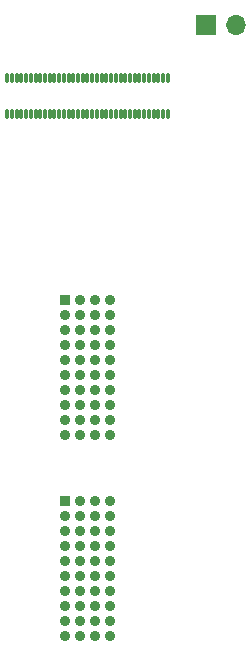
<source format=gbr>
%TF.GenerationSoftware,KiCad,Pcbnew,(7.0.0)*%
%TF.CreationDate,2024-01-30T15:23:45-05:00*%
%TF.ProjectId,eib-neuronexus-a64,6569622d-6e65-4757-926f-6e657875732d,B*%
%TF.SameCoordinates,Original*%
%TF.FileFunction,Soldermask,Top*%
%TF.FilePolarity,Negative*%
%FSLAX46Y46*%
G04 Gerber Fmt 4.6, Leading zero omitted, Abs format (unit mm)*
G04 Created by KiCad (PCBNEW (7.0.0)) date 2024-01-30 15:23:45*
%MOMM*%
%LPD*%
G01*
G04 APERTURE LIST*
G04 Aperture macros list*
%AMRoundRect*
0 Rectangle with rounded corners*
0 $1 Rounding radius*
0 $2 $3 $4 $5 $6 $7 $8 $9 X,Y pos of 4 corners*
0 Add a 4 corners polygon primitive as box body*
4,1,4,$2,$3,$4,$5,$6,$7,$8,$9,$2,$3,0*
0 Add four circle primitives for the rounded corners*
1,1,$1+$1,$2,$3*
1,1,$1+$1,$4,$5*
1,1,$1+$1,$6,$7*
1,1,$1+$1,$8,$9*
0 Add four rect primitives between the rounded corners*
20,1,$1+$1,$2,$3,$4,$5,0*
20,1,$1+$1,$4,$5,$6,$7,0*
20,1,$1+$1,$6,$7,$8,$9,0*
20,1,$1+$1,$8,$9,$2,$3,0*%
G04 Aperture macros list end*
%ADD10R,1.700000X1.700000*%
%ADD11O,1.700000X1.700000*%
%ADD12R,0.910000X0.910000*%
%ADD13C,0.910000*%
%ADD14RoundRect,0.010000X0.090000X0.340000X-0.090000X0.340000X-0.090000X-0.340000X0.090000X-0.340000X0*%
G04 APERTURE END LIST*
%TO.C,J3*%
G36*
X131500000Y-79810000D02*
G01*
X131300000Y-79810000D01*
X131300000Y-79110000D01*
X131500000Y-79110000D01*
X131500000Y-79810000D01*
G37*
G36*
X141100000Y-79810000D02*
G01*
X140900000Y-79810000D01*
X140900000Y-79110000D01*
X141100000Y-79110000D01*
X141100000Y-79810000D01*
G37*
G36*
X139100000Y-79810000D02*
G01*
X138900000Y-79810000D01*
X138900000Y-79110000D01*
X139100000Y-79110000D01*
X139100000Y-79810000D01*
G37*
G36*
X138900000Y-82190000D02*
G01*
X139100000Y-82190000D01*
X139100000Y-82890000D01*
X138900000Y-82890000D01*
X138900000Y-82190000D01*
G37*
G36*
X143100000Y-79810000D02*
G01*
X142900000Y-79810000D01*
X142900000Y-79110000D01*
X143100000Y-79110000D01*
X143100000Y-79810000D01*
G37*
G36*
X132700000Y-79810000D02*
G01*
X132500000Y-79810000D01*
X132500000Y-79110000D01*
X132700000Y-79110000D01*
X132700000Y-79810000D01*
G37*
G36*
X136100000Y-82190000D02*
G01*
X136300000Y-82190000D01*
X136300000Y-82890000D01*
X136100000Y-82890000D01*
X136100000Y-82190000D01*
G37*
G36*
X138100000Y-82190000D02*
G01*
X138300000Y-82190000D01*
X138300000Y-82890000D01*
X138100000Y-82890000D01*
X138100000Y-82190000D01*
G37*
G36*
X137100000Y-79810000D02*
G01*
X136900000Y-79810000D01*
X136900000Y-79110000D01*
X137100000Y-79110000D01*
X137100000Y-79810000D01*
G37*
G36*
X142100000Y-82190000D02*
G01*
X142300000Y-82190000D01*
X142300000Y-82890000D01*
X142100000Y-82890000D01*
X142100000Y-82190000D01*
G37*
G36*
X139300000Y-82190000D02*
G01*
X139500000Y-82190000D01*
X139500000Y-82890000D01*
X139300000Y-82890000D01*
X139300000Y-82190000D01*
G37*
G36*
X137700000Y-82190000D02*
G01*
X137900000Y-82190000D01*
X137900000Y-82890000D01*
X137700000Y-82890000D01*
X137700000Y-82190000D01*
G37*
G36*
X135500000Y-79810000D02*
G01*
X135300000Y-79810000D01*
X135300000Y-79110000D01*
X135500000Y-79110000D01*
X135500000Y-79810000D01*
G37*
G36*
X131300000Y-82190000D02*
G01*
X131500000Y-82190000D01*
X131500000Y-82890000D01*
X131300000Y-82890000D01*
X131300000Y-82190000D01*
G37*
G36*
X140900000Y-82190000D02*
G01*
X141100000Y-82190000D01*
X141100000Y-82890000D01*
X140900000Y-82890000D01*
X140900000Y-82190000D01*
G37*
G36*
X130900000Y-82190000D02*
G01*
X131100000Y-82190000D01*
X131100000Y-82890000D01*
X130900000Y-82890000D01*
X130900000Y-82190000D01*
G37*
G36*
X136700000Y-79810000D02*
G01*
X136500000Y-79810000D01*
X136500000Y-79110000D01*
X136700000Y-79110000D01*
X136700000Y-79810000D01*
G37*
G36*
X136500000Y-82190000D02*
G01*
X136700000Y-82190000D01*
X136700000Y-82890000D01*
X136500000Y-82890000D01*
X136500000Y-82190000D01*
G37*
G36*
X132500000Y-82190000D02*
G01*
X132700000Y-82190000D01*
X132700000Y-82890000D01*
X132500000Y-82890000D01*
X132500000Y-82190000D01*
G37*
G36*
X134100000Y-82190000D02*
G01*
X134300000Y-82190000D01*
X134300000Y-82890000D01*
X134100000Y-82890000D01*
X134100000Y-82190000D01*
G37*
G36*
X135900000Y-79810000D02*
G01*
X135700000Y-79810000D01*
X135700000Y-79110000D01*
X135900000Y-79110000D01*
X135900000Y-79810000D01*
G37*
G36*
X132300000Y-79810000D02*
G01*
X132100000Y-79810000D01*
X132100000Y-79110000D01*
X132300000Y-79110000D01*
X132300000Y-79810000D01*
G37*
G36*
X137900000Y-79810000D02*
G01*
X137700000Y-79810000D01*
X137700000Y-79110000D01*
X137900000Y-79110000D01*
X137900000Y-79810000D01*
G37*
G36*
X134900000Y-82190000D02*
G01*
X135100000Y-82190000D01*
X135100000Y-82890000D01*
X134900000Y-82890000D01*
X134900000Y-82190000D01*
G37*
G36*
X133700000Y-82190000D02*
G01*
X133900000Y-82190000D01*
X133900000Y-82890000D01*
X133700000Y-82890000D01*
X133700000Y-82190000D01*
G37*
G36*
X140500000Y-82190000D02*
G01*
X140700000Y-82190000D01*
X140700000Y-82890000D01*
X140500000Y-82890000D01*
X140500000Y-82190000D01*
G37*
G36*
X140700000Y-79810000D02*
G01*
X140500000Y-79810000D01*
X140500000Y-79110000D01*
X140700000Y-79110000D01*
X140700000Y-79810000D01*
G37*
G36*
X138300000Y-79810000D02*
G01*
X138100000Y-79810000D01*
X138100000Y-79110000D01*
X138300000Y-79110000D01*
X138300000Y-79810000D01*
G37*
G36*
X136900000Y-82190000D02*
G01*
X137100000Y-82190000D01*
X137100000Y-82890000D01*
X136900000Y-82890000D01*
X136900000Y-82190000D01*
G37*
G36*
X130300000Y-79810000D02*
G01*
X130100000Y-79810000D01*
X130100000Y-79110000D01*
X130300000Y-79110000D01*
X130300000Y-79810000D01*
G37*
G36*
X141300000Y-82190000D02*
G01*
X141500000Y-82190000D01*
X141500000Y-82890000D01*
X141300000Y-82890000D01*
X141300000Y-82190000D01*
G37*
G36*
X131900000Y-79810000D02*
G01*
X131700000Y-79810000D01*
X131700000Y-79110000D01*
X131900000Y-79110000D01*
X131900000Y-79810000D01*
G37*
G36*
X142500000Y-82190000D02*
G01*
X142700000Y-82190000D01*
X142700000Y-82890000D01*
X142500000Y-82890000D01*
X142500000Y-82190000D01*
G37*
G36*
X134300000Y-79810000D02*
G01*
X134100000Y-79810000D01*
X134100000Y-79110000D01*
X134300000Y-79110000D01*
X134300000Y-79810000D01*
G37*
G36*
X136300000Y-79810000D02*
G01*
X136100000Y-79810000D01*
X136100000Y-79110000D01*
X136300000Y-79110000D01*
X136300000Y-79810000D01*
G37*
G36*
X138700000Y-79810000D02*
G01*
X138500000Y-79810000D01*
X138500000Y-79110000D01*
X138700000Y-79110000D01*
X138700000Y-79810000D01*
G37*
G36*
X131700000Y-82190000D02*
G01*
X131900000Y-82190000D01*
X131900000Y-82890000D01*
X131700000Y-82890000D01*
X131700000Y-82190000D01*
G37*
G36*
X134500000Y-82190000D02*
G01*
X134700000Y-82190000D01*
X134700000Y-82890000D01*
X134500000Y-82890000D01*
X134500000Y-82190000D01*
G37*
G36*
X139700000Y-82190000D02*
G01*
X139900000Y-82190000D01*
X139900000Y-82890000D01*
X139700000Y-82890000D01*
X139700000Y-82190000D01*
G37*
G36*
X137300000Y-82190000D02*
G01*
X137500000Y-82190000D01*
X137500000Y-82890000D01*
X137300000Y-82890000D01*
X137300000Y-82190000D01*
G37*
G36*
X143500000Y-79810000D02*
G01*
X143300000Y-79810000D01*
X143300000Y-79110000D01*
X143500000Y-79110000D01*
X143500000Y-79810000D01*
G37*
G36*
X133900000Y-79810000D02*
G01*
X133700000Y-79810000D01*
X133700000Y-79110000D01*
X133900000Y-79110000D01*
X133900000Y-79810000D01*
G37*
G36*
X132100000Y-82190000D02*
G01*
X132300000Y-82190000D01*
X132300000Y-82890000D01*
X132100000Y-82890000D01*
X132100000Y-82190000D01*
G37*
G36*
X133300000Y-82190000D02*
G01*
X133500000Y-82190000D01*
X133500000Y-82890000D01*
X133300000Y-82890000D01*
X133300000Y-82190000D01*
G37*
G36*
X142900000Y-82190000D02*
G01*
X143100000Y-82190000D01*
X143100000Y-82890000D01*
X142900000Y-82890000D01*
X142900000Y-82190000D01*
G37*
G36*
X142300000Y-79810000D02*
G01*
X142100000Y-79810000D01*
X142100000Y-79110000D01*
X142300000Y-79110000D01*
X142300000Y-79810000D01*
G37*
G36*
X140300000Y-79810000D02*
G01*
X140100000Y-79810000D01*
X140100000Y-79110000D01*
X140300000Y-79110000D01*
X140300000Y-79810000D01*
G37*
G36*
X142700000Y-79810000D02*
G01*
X142500000Y-79810000D01*
X142500000Y-79110000D01*
X142700000Y-79110000D01*
X142700000Y-79810000D01*
G37*
G36*
X141900000Y-79810000D02*
G01*
X141700000Y-79810000D01*
X141700000Y-79110000D01*
X141900000Y-79110000D01*
X141900000Y-79810000D01*
G37*
G36*
X139500000Y-79810000D02*
G01*
X139300000Y-79810000D01*
X139300000Y-79110000D01*
X139500000Y-79110000D01*
X139500000Y-79810000D01*
G37*
G36*
X135300000Y-82190000D02*
G01*
X135500000Y-82190000D01*
X135500000Y-82890000D01*
X135300000Y-82890000D01*
X135300000Y-82190000D01*
G37*
G36*
X130500000Y-82190000D02*
G01*
X130700000Y-82190000D01*
X130700000Y-82890000D01*
X130500000Y-82890000D01*
X130500000Y-82190000D01*
G37*
G36*
X130700000Y-79810000D02*
G01*
X130500000Y-79810000D01*
X130500000Y-79110000D01*
X130700000Y-79110000D01*
X130700000Y-79810000D01*
G37*
G36*
X141700000Y-82190000D02*
G01*
X141900000Y-82190000D01*
X141900000Y-82890000D01*
X141700000Y-82890000D01*
X141700000Y-82190000D01*
G37*
G36*
X141500000Y-79810000D02*
G01*
X141300000Y-79810000D01*
X141300000Y-79110000D01*
X141500000Y-79110000D01*
X141500000Y-79810000D01*
G37*
G36*
X133100000Y-79810000D02*
G01*
X132900000Y-79810000D01*
X132900000Y-79110000D01*
X133100000Y-79110000D01*
X133100000Y-79810000D01*
G37*
G36*
X133500000Y-79810000D02*
G01*
X133300000Y-79810000D01*
X133300000Y-79110000D01*
X133500000Y-79110000D01*
X133500000Y-79810000D01*
G37*
G36*
X143300000Y-82190000D02*
G01*
X143500000Y-82190000D01*
X143500000Y-82890000D01*
X143300000Y-82890000D01*
X143300000Y-82190000D01*
G37*
G36*
X130100000Y-82190000D02*
G01*
X130300000Y-82190000D01*
X130300000Y-82890000D01*
X130100000Y-82890000D01*
X130100000Y-82190000D01*
G37*
G36*
X140100000Y-82190000D02*
G01*
X140300000Y-82190000D01*
X140300000Y-82890000D01*
X140100000Y-82890000D01*
X140100000Y-82190000D01*
G37*
G36*
X138500000Y-82190000D02*
G01*
X138700000Y-82190000D01*
X138700000Y-82890000D01*
X138500000Y-82890000D01*
X138500000Y-82190000D01*
G37*
G36*
X137500000Y-79810000D02*
G01*
X137300000Y-79810000D01*
X137300000Y-79110000D01*
X137500000Y-79110000D01*
X137500000Y-79810000D01*
G37*
G36*
X134700000Y-79810000D02*
G01*
X134500000Y-79810000D01*
X134500000Y-79110000D01*
X134700000Y-79110000D01*
X134700000Y-79810000D01*
G37*
G36*
X143900000Y-79810000D02*
G01*
X143700000Y-79810000D01*
X143700000Y-79110000D01*
X143900000Y-79110000D01*
X143900000Y-79810000D01*
G37*
G36*
X139900000Y-79810000D02*
G01*
X139700000Y-79810000D01*
X139700000Y-79110000D01*
X139900000Y-79110000D01*
X139900000Y-79810000D01*
G37*
G36*
X131100000Y-79810000D02*
G01*
X130900000Y-79810000D01*
X130900000Y-79110000D01*
X131100000Y-79110000D01*
X131100000Y-79810000D01*
G37*
G36*
X135700000Y-82190000D02*
G01*
X135900000Y-82190000D01*
X135900000Y-82890000D01*
X135700000Y-82890000D01*
X135700000Y-82190000D01*
G37*
G36*
X132900000Y-82190000D02*
G01*
X133100000Y-82190000D01*
X133100000Y-82890000D01*
X132900000Y-82890000D01*
X132900000Y-82190000D01*
G37*
G36*
X135100000Y-79810000D02*
G01*
X134900000Y-79810000D01*
X134900000Y-79110000D01*
X135100000Y-79110000D01*
X135100000Y-79810000D01*
G37*
%TD*%
D10*
%TO.C,J4*%
X146999999Y-74999999D03*
D11*
X149539999Y-74999999D03*
%TD*%
D12*
%TO.C,J2*%
X135094999Y-98284999D03*
D13*
X135095000Y-99555000D03*
X135095000Y-100825000D03*
X135095000Y-102095000D03*
X135095000Y-103365000D03*
X135095000Y-104635000D03*
X135095000Y-105905000D03*
X135095000Y-107175000D03*
X135095000Y-108445000D03*
X135095000Y-109715000D03*
X136365000Y-98285000D03*
X136365000Y-99555000D03*
X136365000Y-100825000D03*
X136365000Y-102095000D03*
X136365000Y-103365000D03*
X136365000Y-104635000D03*
X136365000Y-105905000D03*
X136365000Y-107175000D03*
X136365000Y-108445000D03*
X136365000Y-109715000D03*
X137635000Y-98285000D03*
X137635000Y-99555000D03*
X137635000Y-100825000D03*
X137635000Y-102095000D03*
X137635000Y-103365000D03*
X137635000Y-104635000D03*
X137635000Y-105905000D03*
X137635000Y-107175000D03*
X137635000Y-108445000D03*
X137635000Y-109715000D03*
X138905000Y-98285000D03*
X138905000Y-99555000D03*
X138905000Y-100825000D03*
X138905000Y-102095000D03*
X138905000Y-103365000D03*
X138905000Y-104635000D03*
X138905000Y-105905000D03*
X138905000Y-107175000D03*
X138905000Y-108445000D03*
X138905000Y-109715000D03*
%TD*%
D12*
%TO.C,J1*%
X135094999Y-115284999D03*
D13*
X135095000Y-116555000D03*
X135095000Y-117825000D03*
X135095000Y-119095000D03*
X135095000Y-120365000D03*
X135095000Y-121635000D03*
X135095000Y-122905000D03*
X135095000Y-124175000D03*
X135095000Y-125445000D03*
X135095000Y-126715000D03*
X136365000Y-115285000D03*
X136365000Y-116555000D03*
X136365000Y-117825000D03*
X136365000Y-119095000D03*
X136365000Y-120365000D03*
X136365000Y-121635000D03*
X136365000Y-122905000D03*
X136365000Y-124175000D03*
X136365000Y-125445000D03*
X136365000Y-126715000D03*
X137635000Y-115285000D03*
X137635000Y-116555000D03*
X137635000Y-117825000D03*
X137635000Y-119095000D03*
X137635000Y-120365000D03*
X137635000Y-121635000D03*
X137635000Y-122905000D03*
X137635000Y-124175000D03*
X137635000Y-125445000D03*
X137635000Y-126715000D03*
X138905000Y-115285000D03*
X138905000Y-116555000D03*
X138905000Y-117825000D03*
X138905000Y-119095000D03*
X138905000Y-120365000D03*
X138905000Y-121635000D03*
X138905000Y-122905000D03*
X138905000Y-124175000D03*
X138905000Y-125445000D03*
X138905000Y-126715000D03*
%TD*%
D14*
%TO.C,J3*%
X130200000Y-79460000D03*
X130200000Y-82540000D03*
X130600000Y-79460000D03*
X130600000Y-82540000D03*
X131000000Y-79460000D03*
X131000000Y-82540000D03*
X131400000Y-79460000D03*
X131400000Y-82540000D03*
X131800000Y-79460000D03*
X131800000Y-82540000D03*
X132200000Y-79460000D03*
X132200000Y-82540000D03*
X132600000Y-79460000D03*
X132600000Y-82540000D03*
X133000000Y-79460000D03*
X133000000Y-82540000D03*
X133400000Y-79460000D03*
X133400000Y-82540000D03*
X133800000Y-79460000D03*
X133800000Y-82540000D03*
X134200000Y-79460000D03*
X134200000Y-82540000D03*
X134600000Y-79460000D03*
X134600000Y-82540000D03*
X135000000Y-79460000D03*
X135000000Y-82540000D03*
X135400000Y-79460000D03*
X135400000Y-82540000D03*
X135800000Y-79460000D03*
X135800000Y-82540000D03*
X136200000Y-79460000D03*
X136200000Y-82540000D03*
X136600000Y-79460000D03*
X136600000Y-82540000D03*
X137000000Y-79460000D03*
X137000000Y-82540000D03*
X137400000Y-79460000D03*
X137400000Y-82540000D03*
X137800000Y-79460000D03*
X137800000Y-82540000D03*
X138200000Y-79460000D03*
X138200000Y-82540000D03*
X138600000Y-79460000D03*
X138600000Y-82540000D03*
X139000000Y-79460000D03*
X139000000Y-82540000D03*
X139400000Y-79460000D03*
X139400000Y-82540000D03*
X139800000Y-79460000D03*
X139800000Y-82540000D03*
X140200000Y-79460000D03*
X140200000Y-82540000D03*
X140600000Y-79460000D03*
X140600000Y-82540000D03*
X141000000Y-79460000D03*
X141000000Y-82540000D03*
X141400000Y-79460000D03*
X141400000Y-82540000D03*
X141800000Y-79460000D03*
X141800000Y-82540000D03*
X142200000Y-79460000D03*
X142200000Y-82540000D03*
X142600000Y-79460000D03*
X142600000Y-82540000D03*
X143000000Y-79460000D03*
X143000000Y-82540000D03*
X143400000Y-79460000D03*
X143400000Y-82540000D03*
X143800000Y-79460000D03*
X143800000Y-82540000D03*
%TD*%
M02*

</source>
